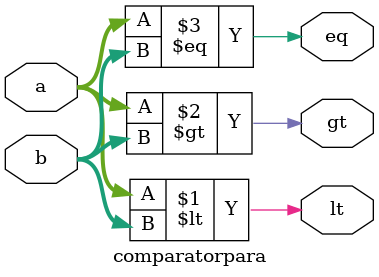
<source format=v>
module comparatorpara(lt,gt,eq,a,b);
parameter n=8;
input [n-1:0]a,b;
output lt,gt,eq;
	assign lt = a<b;
	assign gt = a>b;
	assign eq = a==b;
endmodule 
</source>
